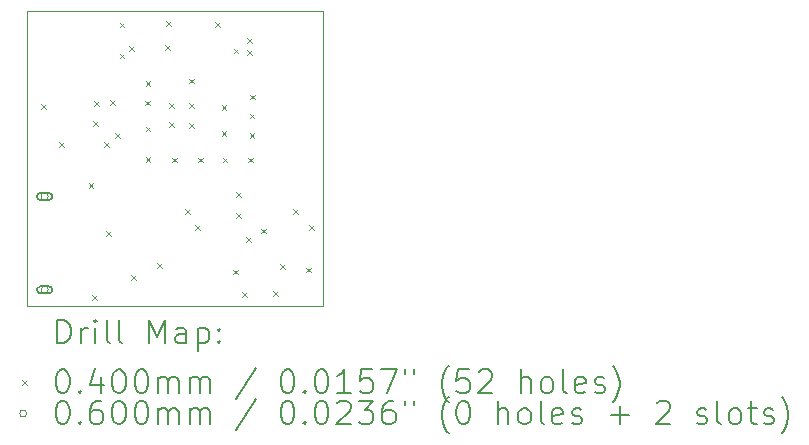
<source format=gbr>
%TF.GenerationSoftware,KiCad,Pcbnew,(6.0.11)*%
%TF.CreationDate,2023-05-05T12:53:34-03:00*%
%TF.ProjectId,HappyFeet,48617070-7946-4656-9574-2e6b69636164,V0.7*%
%TF.SameCoordinates,Original*%
%TF.FileFunction,Drillmap*%
%TF.FilePolarity,Positive*%
%FSLAX45Y45*%
G04 Gerber Fmt 4.5, Leading zero omitted, Abs format (unit mm)*
G04 Created by KiCad (PCBNEW (6.0.11)) date 2023-05-05 12:53:34*
%MOMM*%
%LPD*%
G01*
G04 APERTURE LIST*
%ADD10C,0.100000*%
%ADD11C,0.200000*%
%ADD12C,0.040000*%
%ADD13C,0.060000*%
G04 APERTURE END LIST*
D10*
X12500000Y-9500000D02*
X10000000Y-9500000D01*
X12500000Y-7000000D02*
X12500000Y-9500000D01*
X10000000Y-7000000D02*
X10000000Y-9500000D01*
X10000000Y-7000000D02*
X12500000Y-7000000D01*
D11*
D12*
X10120000Y-7790000D02*
X10160000Y-7830000D01*
X10160000Y-7790000D02*
X10120000Y-7830000D01*
X10269250Y-8113750D02*
X10309250Y-8153750D01*
X10309250Y-8113750D02*
X10269250Y-8153750D01*
X10520000Y-8460000D02*
X10560000Y-8500000D01*
X10560000Y-8460000D02*
X10520000Y-8500000D01*
X10552000Y-9408150D02*
X10592000Y-9448150D01*
X10592000Y-9408150D02*
X10552000Y-9448150D01*
X10560000Y-7932000D02*
X10600000Y-7972000D01*
X10600000Y-7932000D02*
X10560000Y-7972000D01*
X10565000Y-7762000D02*
X10605000Y-7802000D01*
X10605000Y-7762000D02*
X10565000Y-7802000D01*
X10648239Y-8112761D02*
X10688239Y-8152761D01*
X10688239Y-8112761D02*
X10648239Y-8152761D01*
X10670000Y-8867000D02*
X10710000Y-8907000D01*
X10710000Y-8867000D02*
X10670000Y-8907000D01*
X10700000Y-7756000D02*
X10740000Y-7796000D01*
X10740000Y-7756000D02*
X10700000Y-7796000D01*
X10746000Y-8035000D02*
X10786000Y-8075000D01*
X10786000Y-8035000D02*
X10746000Y-8075000D01*
X10781500Y-7361650D02*
X10821500Y-7401650D01*
X10821500Y-7361650D02*
X10781500Y-7401650D01*
X10781750Y-7098650D02*
X10821750Y-7138650D01*
X10821750Y-7098650D02*
X10781750Y-7138650D01*
X10863750Y-7301400D02*
X10903750Y-7341400D01*
X10903750Y-7301400D02*
X10863750Y-7341400D01*
X10880000Y-9237000D02*
X10920000Y-9277000D01*
X10920000Y-9237000D02*
X10880000Y-9277000D01*
X11000000Y-7760000D02*
X11040000Y-7800000D01*
X11040000Y-7760000D02*
X11000000Y-7800000D01*
X11001000Y-7593000D02*
X11041000Y-7633000D01*
X11041000Y-7593000D02*
X11001000Y-7633000D01*
X11003000Y-7980000D02*
X11043000Y-8020000D01*
X11043000Y-7980000D02*
X11003000Y-8020000D01*
X11003000Y-8240000D02*
X11043000Y-8280000D01*
X11043000Y-8240000D02*
X11003000Y-8280000D01*
X11102250Y-9134250D02*
X11142250Y-9174250D01*
X11142250Y-9134250D02*
X11102250Y-9174250D01*
X11170000Y-7290000D02*
X11210000Y-7330000D01*
X11210000Y-7290000D02*
X11170000Y-7330000D01*
X11177000Y-7087000D02*
X11217000Y-7127000D01*
X11217000Y-7087000D02*
X11177000Y-7127000D01*
X11201000Y-7783000D02*
X11241000Y-7823000D01*
X11241000Y-7783000D02*
X11201000Y-7823000D01*
X11201000Y-7943000D02*
X11241000Y-7983000D01*
X11241000Y-7943000D02*
X11201000Y-7983000D01*
X11224000Y-8243000D02*
X11264000Y-8283000D01*
X11264000Y-8243000D02*
X11224000Y-8283000D01*
X11336000Y-8681000D02*
X11376000Y-8721000D01*
X11376000Y-8681000D02*
X11336000Y-8721000D01*
X11371000Y-7573000D02*
X11411000Y-7613000D01*
X11411000Y-7573000D02*
X11371000Y-7613000D01*
X11371002Y-7953000D02*
X11411002Y-7993000D01*
X11411002Y-7953000D02*
X11371002Y-7993000D01*
X11371011Y-7782990D02*
X11411011Y-7822990D01*
X11411011Y-7782990D02*
X11371011Y-7822990D01*
X11419000Y-8815000D02*
X11459000Y-8855000D01*
X11459000Y-8815000D02*
X11419000Y-8855000D01*
X11445000Y-8243000D02*
X11485000Y-8283000D01*
X11485000Y-8243000D02*
X11445000Y-8283000D01*
X11589000Y-7095000D02*
X11629000Y-7135000D01*
X11629000Y-7095000D02*
X11589000Y-7135000D01*
X11646000Y-7798000D02*
X11686000Y-7838000D01*
X11686000Y-7798000D02*
X11646000Y-7838000D01*
X11646000Y-8020000D02*
X11686000Y-8060000D01*
X11686000Y-8020000D02*
X11646000Y-8060000D01*
X11654000Y-8243000D02*
X11694000Y-8283000D01*
X11694000Y-8243000D02*
X11654000Y-8283000D01*
X11745000Y-9190000D02*
X11785000Y-9230000D01*
X11785000Y-9190000D02*
X11745000Y-9230000D01*
X11748000Y-7320000D02*
X11788000Y-7360000D01*
X11788000Y-7320000D02*
X11748000Y-7360000D01*
X11769000Y-8535000D02*
X11809000Y-8575000D01*
X11809000Y-8535000D02*
X11769000Y-8575000D01*
X11770000Y-8713000D02*
X11810000Y-8753000D01*
X11810000Y-8713000D02*
X11770000Y-8753000D01*
X11821000Y-9383000D02*
X11861000Y-9423000D01*
X11861000Y-9383000D02*
X11821000Y-9423000D01*
X11852000Y-8914000D02*
X11892000Y-8954000D01*
X11892000Y-8914000D02*
X11852000Y-8954000D01*
X11859000Y-7228000D02*
X11899000Y-7268000D01*
X11899000Y-7228000D02*
X11859000Y-7268000D01*
X11859000Y-7332000D02*
X11899000Y-7372000D01*
X11899000Y-7332000D02*
X11859000Y-7372000D01*
X11872000Y-8243000D02*
X11912000Y-8283000D01*
X11912000Y-8243000D02*
X11872000Y-8283000D01*
X11882000Y-7871000D02*
X11922000Y-7911000D01*
X11922000Y-7871000D02*
X11882000Y-7911000D01*
X11882000Y-8035000D02*
X11922000Y-8075000D01*
X11922000Y-8035000D02*
X11882000Y-8075000D01*
X11888000Y-7709000D02*
X11928000Y-7749000D01*
X11928000Y-7709000D02*
X11888000Y-7749000D01*
X11977750Y-8843400D02*
X12017750Y-8883400D01*
X12017750Y-8843400D02*
X11977750Y-8883400D01*
X12081000Y-9373000D02*
X12121000Y-9413000D01*
X12121000Y-9373000D02*
X12081000Y-9413000D01*
X12141000Y-9143000D02*
X12181000Y-9183000D01*
X12181000Y-9143000D02*
X12141000Y-9183000D01*
X12249000Y-8680000D02*
X12289000Y-8720000D01*
X12289000Y-8680000D02*
X12249000Y-8720000D01*
X12361000Y-9173000D02*
X12401000Y-9213000D01*
X12401000Y-9173000D02*
X12361000Y-9213000D01*
X12386000Y-8816000D02*
X12426000Y-8856000D01*
X12426000Y-8816000D02*
X12386000Y-8856000D01*
D13*
X10176820Y-8572030D02*
G75*
G03*
X10176820Y-8572030I-30000J0D01*
G01*
D11*
X10181820Y-8542030D02*
X10111820Y-8542030D01*
X10181820Y-8602030D02*
X10111820Y-8602030D01*
X10111820Y-8542030D02*
G75*
G03*
X10111820Y-8602030I0J-30000D01*
G01*
X10181820Y-8602030D02*
G75*
G03*
X10181820Y-8542030I0J30000D01*
G01*
D13*
X10176820Y-9361970D02*
G75*
G03*
X10176820Y-9361970I-30000J0D01*
G01*
D11*
X10181820Y-9331970D02*
X10111820Y-9331970D01*
X10181820Y-9391970D02*
X10111820Y-9391970D01*
X10111820Y-9331970D02*
G75*
G03*
X10111820Y-9391970I0J-30000D01*
G01*
X10181820Y-9391970D02*
G75*
G03*
X10181820Y-9331970I0J30000D01*
G01*
X10252619Y-9815476D02*
X10252619Y-9615476D01*
X10300238Y-9615476D01*
X10328810Y-9625000D01*
X10347857Y-9644048D01*
X10357381Y-9663095D01*
X10366905Y-9701190D01*
X10366905Y-9729762D01*
X10357381Y-9767857D01*
X10347857Y-9786905D01*
X10328810Y-9805952D01*
X10300238Y-9815476D01*
X10252619Y-9815476D01*
X10452619Y-9815476D02*
X10452619Y-9682143D01*
X10452619Y-9720238D02*
X10462143Y-9701190D01*
X10471667Y-9691667D01*
X10490714Y-9682143D01*
X10509762Y-9682143D01*
X10576429Y-9815476D02*
X10576429Y-9682143D01*
X10576429Y-9615476D02*
X10566905Y-9625000D01*
X10576429Y-9634524D01*
X10585952Y-9625000D01*
X10576429Y-9615476D01*
X10576429Y-9634524D01*
X10700238Y-9815476D02*
X10681190Y-9805952D01*
X10671667Y-9786905D01*
X10671667Y-9615476D01*
X10805000Y-9815476D02*
X10785952Y-9805952D01*
X10776429Y-9786905D01*
X10776429Y-9615476D01*
X11033571Y-9815476D02*
X11033571Y-9615476D01*
X11100238Y-9758333D01*
X11166905Y-9615476D01*
X11166905Y-9815476D01*
X11347857Y-9815476D02*
X11347857Y-9710714D01*
X11338333Y-9691667D01*
X11319286Y-9682143D01*
X11281190Y-9682143D01*
X11262143Y-9691667D01*
X11347857Y-9805952D02*
X11328809Y-9815476D01*
X11281190Y-9815476D01*
X11262143Y-9805952D01*
X11252619Y-9786905D01*
X11252619Y-9767857D01*
X11262143Y-9748810D01*
X11281190Y-9739286D01*
X11328809Y-9739286D01*
X11347857Y-9729762D01*
X11443095Y-9682143D02*
X11443095Y-9882143D01*
X11443095Y-9691667D02*
X11462143Y-9682143D01*
X11500238Y-9682143D01*
X11519286Y-9691667D01*
X11528809Y-9701190D01*
X11538333Y-9720238D01*
X11538333Y-9777381D01*
X11528809Y-9796429D01*
X11519286Y-9805952D01*
X11500238Y-9815476D01*
X11462143Y-9815476D01*
X11443095Y-9805952D01*
X11624048Y-9796429D02*
X11633571Y-9805952D01*
X11624048Y-9815476D01*
X11614524Y-9805952D01*
X11624048Y-9796429D01*
X11624048Y-9815476D01*
X11624048Y-9691667D02*
X11633571Y-9701190D01*
X11624048Y-9710714D01*
X11614524Y-9701190D01*
X11624048Y-9691667D01*
X11624048Y-9710714D01*
D12*
X9955000Y-10125000D02*
X9995000Y-10165000D01*
X9995000Y-10125000D02*
X9955000Y-10165000D01*
D11*
X10290714Y-10035476D02*
X10309762Y-10035476D01*
X10328810Y-10045000D01*
X10338333Y-10054524D01*
X10347857Y-10073571D01*
X10357381Y-10111667D01*
X10357381Y-10159286D01*
X10347857Y-10197381D01*
X10338333Y-10216429D01*
X10328810Y-10225952D01*
X10309762Y-10235476D01*
X10290714Y-10235476D01*
X10271667Y-10225952D01*
X10262143Y-10216429D01*
X10252619Y-10197381D01*
X10243095Y-10159286D01*
X10243095Y-10111667D01*
X10252619Y-10073571D01*
X10262143Y-10054524D01*
X10271667Y-10045000D01*
X10290714Y-10035476D01*
X10443095Y-10216429D02*
X10452619Y-10225952D01*
X10443095Y-10235476D01*
X10433571Y-10225952D01*
X10443095Y-10216429D01*
X10443095Y-10235476D01*
X10624048Y-10102143D02*
X10624048Y-10235476D01*
X10576429Y-10025952D02*
X10528810Y-10168810D01*
X10652619Y-10168810D01*
X10766905Y-10035476D02*
X10785952Y-10035476D01*
X10805000Y-10045000D01*
X10814524Y-10054524D01*
X10824048Y-10073571D01*
X10833571Y-10111667D01*
X10833571Y-10159286D01*
X10824048Y-10197381D01*
X10814524Y-10216429D01*
X10805000Y-10225952D01*
X10785952Y-10235476D01*
X10766905Y-10235476D01*
X10747857Y-10225952D01*
X10738333Y-10216429D01*
X10728810Y-10197381D01*
X10719286Y-10159286D01*
X10719286Y-10111667D01*
X10728810Y-10073571D01*
X10738333Y-10054524D01*
X10747857Y-10045000D01*
X10766905Y-10035476D01*
X10957381Y-10035476D02*
X10976429Y-10035476D01*
X10995476Y-10045000D01*
X11005000Y-10054524D01*
X11014524Y-10073571D01*
X11024048Y-10111667D01*
X11024048Y-10159286D01*
X11014524Y-10197381D01*
X11005000Y-10216429D01*
X10995476Y-10225952D01*
X10976429Y-10235476D01*
X10957381Y-10235476D01*
X10938333Y-10225952D01*
X10928810Y-10216429D01*
X10919286Y-10197381D01*
X10909762Y-10159286D01*
X10909762Y-10111667D01*
X10919286Y-10073571D01*
X10928810Y-10054524D01*
X10938333Y-10045000D01*
X10957381Y-10035476D01*
X11109762Y-10235476D02*
X11109762Y-10102143D01*
X11109762Y-10121190D02*
X11119286Y-10111667D01*
X11138333Y-10102143D01*
X11166905Y-10102143D01*
X11185952Y-10111667D01*
X11195476Y-10130714D01*
X11195476Y-10235476D01*
X11195476Y-10130714D02*
X11205000Y-10111667D01*
X11224048Y-10102143D01*
X11252619Y-10102143D01*
X11271667Y-10111667D01*
X11281190Y-10130714D01*
X11281190Y-10235476D01*
X11376428Y-10235476D02*
X11376428Y-10102143D01*
X11376428Y-10121190D02*
X11385952Y-10111667D01*
X11405000Y-10102143D01*
X11433571Y-10102143D01*
X11452619Y-10111667D01*
X11462143Y-10130714D01*
X11462143Y-10235476D01*
X11462143Y-10130714D02*
X11471667Y-10111667D01*
X11490714Y-10102143D01*
X11519286Y-10102143D01*
X11538333Y-10111667D01*
X11547857Y-10130714D01*
X11547857Y-10235476D01*
X11938333Y-10025952D02*
X11766905Y-10283095D01*
X12195476Y-10035476D02*
X12214524Y-10035476D01*
X12233571Y-10045000D01*
X12243095Y-10054524D01*
X12252619Y-10073571D01*
X12262143Y-10111667D01*
X12262143Y-10159286D01*
X12252619Y-10197381D01*
X12243095Y-10216429D01*
X12233571Y-10225952D01*
X12214524Y-10235476D01*
X12195476Y-10235476D01*
X12176428Y-10225952D01*
X12166905Y-10216429D01*
X12157381Y-10197381D01*
X12147857Y-10159286D01*
X12147857Y-10111667D01*
X12157381Y-10073571D01*
X12166905Y-10054524D01*
X12176428Y-10045000D01*
X12195476Y-10035476D01*
X12347857Y-10216429D02*
X12357381Y-10225952D01*
X12347857Y-10235476D01*
X12338333Y-10225952D01*
X12347857Y-10216429D01*
X12347857Y-10235476D01*
X12481190Y-10035476D02*
X12500238Y-10035476D01*
X12519286Y-10045000D01*
X12528809Y-10054524D01*
X12538333Y-10073571D01*
X12547857Y-10111667D01*
X12547857Y-10159286D01*
X12538333Y-10197381D01*
X12528809Y-10216429D01*
X12519286Y-10225952D01*
X12500238Y-10235476D01*
X12481190Y-10235476D01*
X12462143Y-10225952D01*
X12452619Y-10216429D01*
X12443095Y-10197381D01*
X12433571Y-10159286D01*
X12433571Y-10111667D01*
X12443095Y-10073571D01*
X12452619Y-10054524D01*
X12462143Y-10045000D01*
X12481190Y-10035476D01*
X12738333Y-10235476D02*
X12624048Y-10235476D01*
X12681190Y-10235476D02*
X12681190Y-10035476D01*
X12662143Y-10064048D01*
X12643095Y-10083095D01*
X12624048Y-10092619D01*
X12919286Y-10035476D02*
X12824048Y-10035476D01*
X12814524Y-10130714D01*
X12824048Y-10121190D01*
X12843095Y-10111667D01*
X12890714Y-10111667D01*
X12909762Y-10121190D01*
X12919286Y-10130714D01*
X12928809Y-10149762D01*
X12928809Y-10197381D01*
X12919286Y-10216429D01*
X12909762Y-10225952D01*
X12890714Y-10235476D01*
X12843095Y-10235476D01*
X12824048Y-10225952D01*
X12814524Y-10216429D01*
X12995476Y-10035476D02*
X13128809Y-10035476D01*
X13043095Y-10235476D01*
X13195476Y-10035476D02*
X13195476Y-10073571D01*
X13271667Y-10035476D02*
X13271667Y-10073571D01*
X13566905Y-10311667D02*
X13557381Y-10302143D01*
X13538333Y-10273571D01*
X13528809Y-10254524D01*
X13519286Y-10225952D01*
X13509762Y-10178333D01*
X13509762Y-10140238D01*
X13519286Y-10092619D01*
X13528809Y-10064048D01*
X13538333Y-10045000D01*
X13557381Y-10016429D01*
X13566905Y-10006905D01*
X13738333Y-10035476D02*
X13643095Y-10035476D01*
X13633571Y-10130714D01*
X13643095Y-10121190D01*
X13662143Y-10111667D01*
X13709762Y-10111667D01*
X13728809Y-10121190D01*
X13738333Y-10130714D01*
X13747857Y-10149762D01*
X13747857Y-10197381D01*
X13738333Y-10216429D01*
X13728809Y-10225952D01*
X13709762Y-10235476D01*
X13662143Y-10235476D01*
X13643095Y-10225952D01*
X13633571Y-10216429D01*
X13824048Y-10054524D02*
X13833571Y-10045000D01*
X13852619Y-10035476D01*
X13900238Y-10035476D01*
X13919286Y-10045000D01*
X13928809Y-10054524D01*
X13938333Y-10073571D01*
X13938333Y-10092619D01*
X13928809Y-10121190D01*
X13814524Y-10235476D01*
X13938333Y-10235476D01*
X14176428Y-10235476D02*
X14176428Y-10035476D01*
X14262143Y-10235476D02*
X14262143Y-10130714D01*
X14252619Y-10111667D01*
X14233571Y-10102143D01*
X14205000Y-10102143D01*
X14185952Y-10111667D01*
X14176428Y-10121190D01*
X14385952Y-10235476D02*
X14366905Y-10225952D01*
X14357381Y-10216429D01*
X14347857Y-10197381D01*
X14347857Y-10140238D01*
X14357381Y-10121190D01*
X14366905Y-10111667D01*
X14385952Y-10102143D01*
X14414524Y-10102143D01*
X14433571Y-10111667D01*
X14443095Y-10121190D01*
X14452619Y-10140238D01*
X14452619Y-10197381D01*
X14443095Y-10216429D01*
X14433571Y-10225952D01*
X14414524Y-10235476D01*
X14385952Y-10235476D01*
X14566905Y-10235476D02*
X14547857Y-10225952D01*
X14538333Y-10206905D01*
X14538333Y-10035476D01*
X14719286Y-10225952D02*
X14700238Y-10235476D01*
X14662143Y-10235476D01*
X14643095Y-10225952D01*
X14633571Y-10206905D01*
X14633571Y-10130714D01*
X14643095Y-10111667D01*
X14662143Y-10102143D01*
X14700238Y-10102143D01*
X14719286Y-10111667D01*
X14728809Y-10130714D01*
X14728809Y-10149762D01*
X14633571Y-10168810D01*
X14805000Y-10225952D02*
X14824048Y-10235476D01*
X14862143Y-10235476D01*
X14881190Y-10225952D01*
X14890714Y-10206905D01*
X14890714Y-10197381D01*
X14881190Y-10178333D01*
X14862143Y-10168810D01*
X14833571Y-10168810D01*
X14814524Y-10159286D01*
X14805000Y-10140238D01*
X14805000Y-10130714D01*
X14814524Y-10111667D01*
X14833571Y-10102143D01*
X14862143Y-10102143D01*
X14881190Y-10111667D01*
X14957381Y-10311667D02*
X14966905Y-10302143D01*
X14985952Y-10273571D01*
X14995476Y-10254524D01*
X15005000Y-10225952D01*
X15014524Y-10178333D01*
X15014524Y-10140238D01*
X15005000Y-10092619D01*
X14995476Y-10064048D01*
X14985952Y-10045000D01*
X14966905Y-10016429D01*
X14957381Y-10006905D01*
D13*
X9995000Y-10409000D02*
G75*
G03*
X9995000Y-10409000I-30000J0D01*
G01*
D11*
X10290714Y-10299476D02*
X10309762Y-10299476D01*
X10328810Y-10309000D01*
X10338333Y-10318524D01*
X10347857Y-10337571D01*
X10357381Y-10375667D01*
X10357381Y-10423286D01*
X10347857Y-10461381D01*
X10338333Y-10480429D01*
X10328810Y-10489952D01*
X10309762Y-10499476D01*
X10290714Y-10499476D01*
X10271667Y-10489952D01*
X10262143Y-10480429D01*
X10252619Y-10461381D01*
X10243095Y-10423286D01*
X10243095Y-10375667D01*
X10252619Y-10337571D01*
X10262143Y-10318524D01*
X10271667Y-10309000D01*
X10290714Y-10299476D01*
X10443095Y-10480429D02*
X10452619Y-10489952D01*
X10443095Y-10499476D01*
X10433571Y-10489952D01*
X10443095Y-10480429D01*
X10443095Y-10499476D01*
X10624048Y-10299476D02*
X10585952Y-10299476D01*
X10566905Y-10309000D01*
X10557381Y-10318524D01*
X10538333Y-10347095D01*
X10528810Y-10385190D01*
X10528810Y-10461381D01*
X10538333Y-10480429D01*
X10547857Y-10489952D01*
X10566905Y-10499476D01*
X10605000Y-10499476D01*
X10624048Y-10489952D01*
X10633571Y-10480429D01*
X10643095Y-10461381D01*
X10643095Y-10413762D01*
X10633571Y-10394714D01*
X10624048Y-10385190D01*
X10605000Y-10375667D01*
X10566905Y-10375667D01*
X10547857Y-10385190D01*
X10538333Y-10394714D01*
X10528810Y-10413762D01*
X10766905Y-10299476D02*
X10785952Y-10299476D01*
X10805000Y-10309000D01*
X10814524Y-10318524D01*
X10824048Y-10337571D01*
X10833571Y-10375667D01*
X10833571Y-10423286D01*
X10824048Y-10461381D01*
X10814524Y-10480429D01*
X10805000Y-10489952D01*
X10785952Y-10499476D01*
X10766905Y-10499476D01*
X10747857Y-10489952D01*
X10738333Y-10480429D01*
X10728810Y-10461381D01*
X10719286Y-10423286D01*
X10719286Y-10375667D01*
X10728810Y-10337571D01*
X10738333Y-10318524D01*
X10747857Y-10309000D01*
X10766905Y-10299476D01*
X10957381Y-10299476D02*
X10976429Y-10299476D01*
X10995476Y-10309000D01*
X11005000Y-10318524D01*
X11014524Y-10337571D01*
X11024048Y-10375667D01*
X11024048Y-10423286D01*
X11014524Y-10461381D01*
X11005000Y-10480429D01*
X10995476Y-10489952D01*
X10976429Y-10499476D01*
X10957381Y-10499476D01*
X10938333Y-10489952D01*
X10928810Y-10480429D01*
X10919286Y-10461381D01*
X10909762Y-10423286D01*
X10909762Y-10375667D01*
X10919286Y-10337571D01*
X10928810Y-10318524D01*
X10938333Y-10309000D01*
X10957381Y-10299476D01*
X11109762Y-10499476D02*
X11109762Y-10366143D01*
X11109762Y-10385190D02*
X11119286Y-10375667D01*
X11138333Y-10366143D01*
X11166905Y-10366143D01*
X11185952Y-10375667D01*
X11195476Y-10394714D01*
X11195476Y-10499476D01*
X11195476Y-10394714D02*
X11205000Y-10375667D01*
X11224048Y-10366143D01*
X11252619Y-10366143D01*
X11271667Y-10375667D01*
X11281190Y-10394714D01*
X11281190Y-10499476D01*
X11376428Y-10499476D02*
X11376428Y-10366143D01*
X11376428Y-10385190D02*
X11385952Y-10375667D01*
X11405000Y-10366143D01*
X11433571Y-10366143D01*
X11452619Y-10375667D01*
X11462143Y-10394714D01*
X11462143Y-10499476D01*
X11462143Y-10394714D02*
X11471667Y-10375667D01*
X11490714Y-10366143D01*
X11519286Y-10366143D01*
X11538333Y-10375667D01*
X11547857Y-10394714D01*
X11547857Y-10499476D01*
X11938333Y-10289952D02*
X11766905Y-10547095D01*
X12195476Y-10299476D02*
X12214524Y-10299476D01*
X12233571Y-10309000D01*
X12243095Y-10318524D01*
X12252619Y-10337571D01*
X12262143Y-10375667D01*
X12262143Y-10423286D01*
X12252619Y-10461381D01*
X12243095Y-10480429D01*
X12233571Y-10489952D01*
X12214524Y-10499476D01*
X12195476Y-10499476D01*
X12176428Y-10489952D01*
X12166905Y-10480429D01*
X12157381Y-10461381D01*
X12147857Y-10423286D01*
X12147857Y-10375667D01*
X12157381Y-10337571D01*
X12166905Y-10318524D01*
X12176428Y-10309000D01*
X12195476Y-10299476D01*
X12347857Y-10480429D02*
X12357381Y-10489952D01*
X12347857Y-10499476D01*
X12338333Y-10489952D01*
X12347857Y-10480429D01*
X12347857Y-10499476D01*
X12481190Y-10299476D02*
X12500238Y-10299476D01*
X12519286Y-10309000D01*
X12528809Y-10318524D01*
X12538333Y-10337571D01*
X12547857Y-10375667D01*
X12547857Y-10423286D01*
X12538333Y-10461381D01*
X12528809Y-10480429D01*
X12519286Y-10489952D01*
X12500238Y-10499476D01*
X12481190Y-10499476D01*
X12462143Y-10489952D01*
X12452619Y-10480429D01*
X12443095Y-10461381D01*
X12433571Y-10423286D01*
X12433571Y-10375667D01*
X12443095Y-10337571D01*
X12452619Y-10318524D01*
X12462143Y-10309000D01*
X12481190Y-10299476D01*
X12624048Y-10318524D02*
X12633571Y-10309000D01*
X12652619Y-10299476D01*
X12700238Y-10299476D01*
X12719286Y-10309000D01*
X12728809Y-10318524D01*
X12738333Y-10337571D01*
X12738333Y-10356619D01*
X12728809Y-10385190D01*
X12614524Y-10499476D01*
X12738333Y-10499476D01*
X12805000Y-10299476D02*
X12928809Y-10299476D01*
X12862143Y-10375667D01*
X12890714Y-10375667D01*
X12909762Y-10385190D01*
X12919286Y-10394714D01*
X12928809Y-10413762D01*
X12928809Y-10461381D01*
X12919286Y-10480429D01*
X12909762Y-10489952D01*
X12890714Y-10499476D01*
X12833571Y-10499476D01*
X12814524Y-10489952D01*
X12805000Y-10480429D01*
X13100238Y-10299476D02*
X13062143Y-10299476D01*
X13043095Y-10309000D01*
X13033571Y-10318524D01*
X13014524Y-10347095D01*
X13005000Y-10385190D01*
X13005000Y-10461381D01*
X13014524Y-10480429D01*
X13024048Y-10489952D01*
X13043095Y-10499476D01*
X13081190Y-10499476D01*
X13100238Y-10489952D01*
X13109762Y-10480429D01*
X13119286Y-10461381D01*
X13119286Y-10413762D01*
X13109762Y-10394714D01*
X13100238Y-10385190D01*
X13081190Y-10375667D01*
X13043095Y-10375667D01*
X13024048Y-10385190D01*
X13014524Y-10394714D01*
X13005000Y-10413762D01*
X13195476Y-10299476D02*
X13195476Y-10337571D01*
X13271667Y-10299476D02*
X13271667Y-10337571D01*
X13566905Y-10575667D02*
X13557381Y-10566143D01*
X13538333Y-10537571D01*
X13528809Y-10518524D01*
X13519286Y-10489952D01*
X13509762Y-10442333D01*
X13509762Y-10404238D01*
X13519286Y-10356619D01*
X13528809Y-10328048D01*
X13538333Y-10309000D01*
X13557381Y-10280429D01*
X13566905Y-10270905D01*
X13681190Y-10299476D02*
X13700238Y-10299476D01*
X13719286Y-10309000D01*
X13728809Y-10318524D01*
X13738333Y-10337571D01*
X13747857Y-10375667D01*
X13747857Y-10423286D01*
X13738333Y-10461381D01*
X13728809Y-10480429D01*
X13719286Y-10489952D01*
X13700238Y-10499476D01*
X13681190Y-10499476D01*
X13662143Y-10489952D01*
X13652619Y-10480429D01*
X13643095Y-10461381D01*
X13633571Y-10423286D01*
X13633571Y-10375667D01*
X13643095Y-10337571D01*
X13652619Y-10318524D01*
X13662143Y-10309000D01*
X13681190Y-10299476D01*
X13985952Y-10499476D02*
X13985952Y-10299476D01*
X14071667Y-10499476D02*
X14071667Y-10394714D01*
X14062143Y-10375667D01*
X14043095Y-10366143D01*
X14014524Y-10366143D01*
X13995476Y-10375667D01*
X13985952Y-10385190D01*
X14195476Y-10499476D02*
X14176428Y-10489952D01*
X14166905Y-10480429D01*
X14157381Y-10461381D01*
X14157381Y-10404238D01*
X14166905Y-10385190D01*
X14176428Y-10375667D01*
X14195476Y-10366143D01*
X14224048Y-10366143D01*
X14243095Y-10375667D01*
X14252619Y-10385190D01*
X14262143Y-10404238D01*
X14262143Y-10461381D01*
X14252619Y-10480429D01*
X14243095Y-10489952D01*
X14224048Y-10499476D01*
X14195476Y-10499476D01*
X14376428Y-10499476D02*
X14357381Y-10489952D01*
X14347857Y-10470905D01*
X14347857Y-10299476D01*
X14528809Y-10489952D02*
X14509762Y-10499476D01*
X14471667Y-10499476D01*
X14452619Y-10489952D01*
X14443095Y-10470905D01*
X14443095Y-10394714D01*
X14452619Y-10375667D01*
X14471667Y-10366143D01*
X14509762Y-10366143D01*
X14528809Y-10375667D01*
X14538333Y-10394714D01*
X14538333Y-10413762D01*
X14443095Y-10432810D01*
X14614524Y-10489952D02*
X14633571Y-10499476D01*
X14671667Y-10499476D01*
X14690714Y-10489952D01*
X14700238Y-10470905D01*
X14700238Y-10461381D01*
X14690714Y-10442333D01*
X14671667Y-10432810D01*
X14643095Y-10432810D01*
X14624048Y-10423286D01*
X14614524Y-10404238D01*
X14614524Y-10394714D01*
X14624048Y-10375667D01*
X14643095Y-10366143D01*
X14671667Y-10366143D01*
X14690714Y-10375667D01*
X14938333Y-10423286D02*
X15090714Y-10423286D01*
X15014524Y-10499476D02*
X15014524Y-10347095D01*
X15328809Y-10318524D02*
X15338333Y-10309000D01*
X15357381Y-10299476D01*
X15405000Y-10299476D01*
X15424048Y-10309000D01*
X15433571Y-10318524D01*
X15443095Y-10337571D01*
X15443095Y-10356619D01*
X15433571Y-10385190D01*
X15319286Y-10499476D01*
X15443095Y-10499476D01*
X15671667Y-10489952D02*
X15690714Y-10499476D01*
X15728809Y-10499476D01*
X15747857Y-10489952D01*
X15757381Y-10470905D01*
X15757381Y-10461381D01*
X15747857Y-10442333D01*
X15728809Y-10432810D01*
X15700238Y-10432810D01*
X15681190Y-10423286D01*
X15671667Y-10404238D01*
X15671667Y-10394714D01*
X15681190Y-10375667D01*
X15700238Y-10366143D01*
X15728809Y-10366143D01*
X15747857Y-10375667D01*
X15871667Y-10499476D02*
X15852619Y-10489952D01*
X15843095Y-10470905D01*
X15843095Y-10299476D01*
X15976428Y-10499476D02*
X15957381Y-10489952D01*
X15947857Y-10480429D01*
X15938333Y-10461381D01*
X15938333Y-10404238D01*
X15947857Y-10385190D01*
X15957381Y-10375667D01*
X15976428Y-10366143D01*
X16005000Y-10366143D01*
X16024048Y-10375667D01*
X16033571Y-10385190D01*
X16043095Y-10404238D01*
X16043095Y-10461381D01*
X16033571Y-10480429D01*
X16024048Y-10489952D01*
X16005000Y-10499476D01*
X15976428Y-10499476D01*
X16100238Y-10366143D02*
X16176428Y-10366143D01*
X16128809Y-10299476D02*
X16128809Y-10470905D01*
X16138333Y-10489952D01*
X16157381Y-10499476D01*
X16176428Y-10499476D01*
X16233571Y-10489952D02*
X16252619Y-10499476D01*
X16290714Y-10499476D01*
X16309762Y-10489952D01*
X16319286Y-10470905D01*
X16319286Y-10461381D01*
X16309762Y-10442333D01*
X16290714Y-10432810D01*
X16262143Y-10432810D01*
X16243095Y-10423286D01*
X16233571Y-10404238D01*
X16233571Y-10394714D01*
X16243095Y-10375667D01*
X16262143Y-10366143D01*
X16290714Y-10366143D01*
X16309762Y-10375667D01*
X16385952Y-10575667D02*
X16395476Y-10566143D01*
X16414524Y-10537571D01*
X16424048Y-10518524D01*
X16433571Y-10489952D01*
X16443095Y-10442333D01*
X16443095Y-10404238D01*
X16433571Y-10356619D01*
X16424048Y-10328048D01*
X16414524Y-10309000D01*
X16395476Y-10280429D01*
X16385952Y-10270905D01*
M02*

</source>
